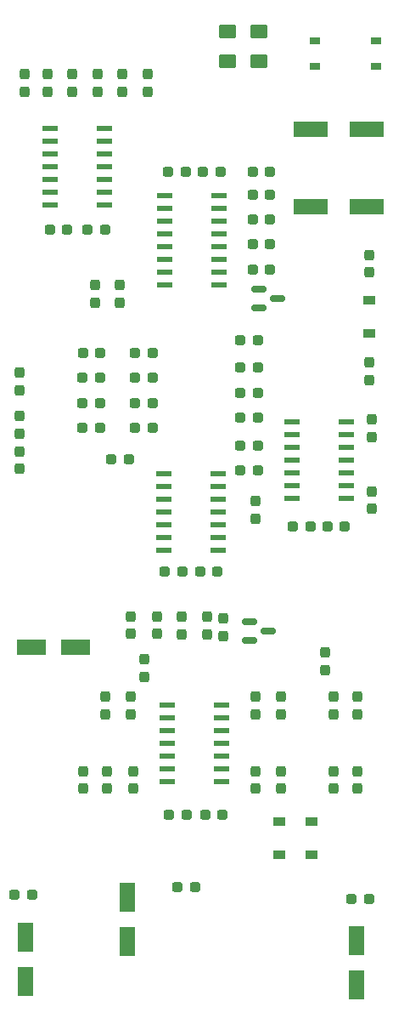
<source format=gbp>
G04 #@! TF.GenerationSoftware,KiCad,Pcbnew,(6.0.0)*
G04 #@! TF.CreationDate,2022-02-05T03:10:52+01:00*
G04 #@! TF.ProjectId,Schraeg,53636872-6165-4672-9e6b-696361645f70,rev?*
G04 #@! TF.SameCoordinates,Original*
G04 #@! TF.FileFunction,Paste,Bot*
G04 #@! TF.FilePolarity,Positive*
%FSLAX46Y46*%
G04 Gerber Fmt 4.6, Leading zero omitted, Abs format (unit mm)*
G04 Created by KiCad (PCBNEW (6.0.0)) date 2022-02-05 03:10:52*
%MOMM*%
%LPD*%
G01*
G04 APERTURE LIST*
G04 Aperture macros list*
%AMRoundRect*
0 Rectangle with rounded corners*
0 $1 Rounding radius*
0 $2 $3 $4 $5 $6 $7 $8 $9 X,Y pos of 4 corners*
0 Add a 4 corners polygon primitive as box body*
4,1,4,$2,$3,$4,$5,$6,$7,$8,$9,$2,$3,0*
0 Add four circle primitives for the rounded corners*
1,1,$1+$1,$2,$3*
1,1,$1+$1,$4,$5*
1,1,$1+$1,$6,$7*
1,1,$1+$1,$8,$9*
0 Add four rect primitives between the rounded corners*
20,1,$1+$1,$2,$3,$4,$5,0*
20,1,$1+$1,$4,$5,$6,$7,0*
20,1,$1+$1,$6,$7,$8,$9,0*
20,1,$1+$1,$8,$9,$2,$3,0*%
G04 Aperture macros list end*
%ADD10RoundRect,0.237500X-0.287500X-0.237500X0.287500X-0.237500X0.287500X0.237500X-0.287500X0.237500X0*%
%ADD11RoundRect,0.250001X0.624999X-0.462499X0.624999X0.462499X-0.624999X0.462499X-0.624999X-0.462499X0*%
%ADD12RoundRect,0.237500X0.237500X-0.287500X0.237500X0.287500X-0.237500X0.287500X-0.237500X-0.287500X0*%
%ADD13RoundRect,0.237500X-0.237500X0.287500X-0.237500X-0.287500X0.237500X-0.287500X0.237500X0.287500X0*%
%ADD14R,1.200000X0.900000*%
%ADD15R,1.500000X0.600000*%
%ADD16R,3.000000X1.600000*%
%ADD17R,1.600000X3.000000*%
%ADD18RoundRect,0.237500X0.287500X0.237500X-0.287500X0.237500X-0.287500X-0.237500X0.287500X-0.237500X0*%
%ADD19R,3.500000X1.600000*%
%ADD20R,1.000000X0.800000*%
%ADD21RoundRect,0.150000X-0.587500X-0.150000X0.587500X-0.150000X0.587500X0.150000X-0.587500X0.150000X0*%
G04 APERTURE END LIST*
D10*
X69500000Y-60750000D03*
X71250000Y-60750000D03*
X69500000Y-58250000D03*
X71250000Y-58250000D03*
D11*
X68250000Y-19975000D03*
X68250000Y-17000000D03*
D12*
X82400000Y-51750000D03*
X82400000Y-50000000D03*
D13*
X58600000Y-83250000D03*
X58600000Y-85000000D03*
D14*
X73400000Y-95700000D03*
X73400000Y-99000000D03*
D15*
X67400000Y-33355000D03*
X67400000Y-34625000D03*
X67400000Y-35895000D03*
X67400000Y-37165000D03*
X67400000Y-38435000D03*
X67400000Y-39705000D03*
X67400000Y-40975000D03*
X67400000Y-42245000D03*
X62000000Y-42245000D03*
X62000000Y-40975000D03*
X62000000Y-39705000D03*
X62000000Y-38435000D03*
X62000000Y-37165000D03*
X62000000Y-35895000D03*
X62000000Y-34625000D03*
X62000000Y-33355000D03*
D10*
X70750000Y-31000000D03*
X72500000Y-31000000D03*
D16*
X48700000Y-78300000D03*
X53100000Y-78300000D03*
D13*
X71000000Y-63800000D03*
X71000000Y-65550000D03*
D17*
X81100000Y-111900000D03*
X81100000Y-107500000D03*
X58200000Y-107600000D03*
X58200000Y-103200000D03*
X48100000Y-111600000D03*
X48100000Y-107200000D03*
D18*
X60750000Y-56500000D03*
X59000000Y-56500000D03*
X55572810Y-49000000D03*
X53822810Y-49000000D03*
D12*
X55000000Y-44000000D03*
X55000000Y-42250000D03*
X57500000Y-44000000D03*
X57500000Y-42250000D03*
D13*
X57750000Y-21250000D03*
X57750000Y-23000000D03*
X48000000Y-21250000D03*
X48000000Y-23000000D03*
D12*
X67818000Y-77216000D03*
X67818000Y-75466000D03*
X58600000Y-77000000D03*
X58600000Y-75250000D03*
D19*
X76500000Y-34500000D03*
X82100000Y-34500000D03*
X76500000Y-26800000D03*
X82100000Y-26800000D03*
D10*
X70750000Y-40750000D03*
X72500000Y-40750000D03*
X66000000Y-95000000D03*
X67750000Y-95000000D03*
X62400000Y-95000000D03*
X64150000Y-95000000D03*
X65500000Y-70800000D03*
X67250000Y-70800000D03*
X62000000Y-70800000D03*
X63750000Y-70800000D03*
X78200000Y-66300000D03*
X79950000Y-66300000D03*
X74750000Y-66300000D03*
X76500000Y-66300000D03*
X65800000Y-31000000D03*
X67550000Y-31000000D03*
X62325000Y-31000000D03*
X64075000Y-31000000D03*
X54250000Y-36750000D03*
X56000000Y-36750000D03*
X50500000Y-36750000D03*
X52250000Y-36750000D03*
D14*
X76600000Y-99000000D03*
X76600000Y-95700000D03*
X82383365Y-47074999D03*
X82383365Y-43774999D03*
D20*
X76925000Y-20470000D03*
X76925000Y-17930000D03*
X83075000Y-17930000D03*
X83075000Y-20470000D03*
D11*
X71400000Y-19975000D03*
X71400000Y-17000000D03*
D12*
X53800000Y-92400000D03*
X53800000Y-90650000D03*
X71000000Y-92400000D03*
X71000000Y-90650000D03*
D13*
X71000000Y-83250000D03*
X71000000Y-85000000D03*
X56200000Y-90650000D03*
X56200000Y-92400000D03*
X73600000Y-90650000D03*
X73600000Y-92400000D03*
D12*
X73600000Y-85000000D03*
X73600000Y-83250000D03*
X58800000Y-92400000D03*
X58800000Y-90650000D03*
X78800000Y-92400000D03*
X78800000Y-90650000D03*
X82400000Y-41000000D03*
X82400000Y-39250000D03*
D18*
X72500000Y-35750000D03*
X70750000Y-35750000D03*
D12*
X78800000Y-85000000D03*
X78800000Y-83250000D03*
X81200000Y-92400000D03*
X81200000Y-90650000D03*
D10*
X70750000Y-33250000D03*
X72500000Y-33250000D03*
D13*
X81200000Y-83250000D03*
X81200000Y-85000000D03*
D18*
X58400000Y-59600000D03*
X56650000Y-59600000D03*
D12*
X56000000Y-85000000D03*
X56000000Y-83250000D03*
D13*
X47500000Y-58825000D03*
X47500000Y-60575000D03*
D12*
X47500000Y-57050000D03*
X47500000Y-55300000D03*
D10*
X80600000Y-103400000D03*
X82350000Y-103400000D03*
D18*
X65000000Y-102200000D03*
X63250000Y-102200000D03*
X48750000Y-103000000D03*
X47000000Y-103000000D03*
D12*
X47500000Y-52750000D03*
X47500000Y-51000000D03*
D18*
X60750000Y-49000000D03*
X59000000Y-49000000D03*
X55500000Y-56500000D03*
X53750000Y-56500000D03*
D10*
X59000000Y-51500000D03*
X60750000Y-51500000D03*
D18*
X60750000Y-54000000D03*
X59000000Y-54000000D03*
D10*
X53750000Y-54000000D03*
X55500000Y-54000000D03*
D18*
X55500000Y-51500000D03*
X53750000Y-51500000D03*
D13*
X60250000Y-21250000D03*
X60250000Y-23000000D03*
D18*
X71250000Y-55500000D03*
X69500000Y-55500000D03*
D10*
X69500000Y-53000000D03*
X71250000Y-53000000D03*
D12*
X82600000Y-57400000D03*
X82600000Y-55650000D03*
D13*
X52750000Y-21250000D03*
X52750000Y-23000000D03*
X55250000Y-21250000D03*
X55250000Y-23000000D03*
D18*
X71250000Y-50500000D03*
X69500000Y-50500000D03*
X71250000Y-47750000D03*
X69500000Y-47750000D03*
D12*
X82600000Y-64550000D03*
X82600000Y-62800000D03*
D13*
X50250000Y-21250000D03*
X50250000Y-23000000D03*
X66200000Y-75300000D03*
X66200000Y-77050000D03*
X63700000Y-75300000D03*
X63700000Y-77050000D03*
D12*
X61200000Y-77000000D03*
X61200000Y-75250000D03*
D18*
X72500000Y-38150000D03*
X70750000Y-38150000D03*
D15*
X67600000Y-84090000D03*
X67600000Y-85360000D03*
X67600000Y-86630000D03*
X67600000Y-87900000D03*
X67600000Y-89170000D03*
X67600000Y-90440000D03*
X67600000Y-91710000D03*
X62200000Y-91710000D03*
X62200000Y-90440000D03*
X62200000Y-89170000D03*
X62200000Y-87900000D03*
X62200000Y-86630000D03*
X62200000Y-85360000D03*
X62200000Y-84090000D03*
X67300000Y-61090000D03*
X67300000Y-62360000D03*
X67300000Y-63630000D03*
X67300000Y-64900000D03*
X67300000Y-66170000D03*
X67300000Y-67440000D03*
X67300000Y-68710000D03*
X61900000Y-68710000D03*
X61900000Y-67440000D03*
X61900000Y-66170000D03*
X61900000Y-64900000D03*
X61900000Y-63630000D03*
X61900000Y-62360000D03*
X61900000Y-61090000D03*
X80100000Y-55890000D03*
X80100000Y-57160000D03*
X80100000Y-58430000D03*
X80100000Y-59700000D03*
X80100000Y-60970000D03*
X80100000Y-62240000D03*
X80100000Y-63510000D03*
X74700000Y-63510000D03*
X74700000Y-62240000D03*
X74700000Y-60970000D03*
X74700000Y-59700000D03*
X74700000Y-58430000D03*
X74700000Y-57160000D03*
X74700000Y-55890000D03*
X55950000Y-26690000D03*
X55950000Y-27960000D03*
X55950000Y-29230000D03*
X55950000Y-30500000D03*
X55950000Y-31770000D03*
X55950000Y-33040000D03*
X55950000Y-34310000D03*
X50550000Y-34310000D03*
X50550000Y-33040000D03*
X50550000Y-31770000D03*
X50550000Y-30500000D03*
X50550000Y-29230000D03*
X50550000Y-27960000D03*
X50550000Y-26690000D03*
D21*
X70436500Y-77658000D03*
X70436500Y-75758000D03*
X72311500Y-76708000D03*
X71374000Y-44572000D03*
X71374000Y-42672000D03*
X73249000Y-43622000D03*
D12*
X78000000Y-80600000D03*
X78000000Y-78850000D03*
D13*
X59900000Y-79500000D03*
X59900000Y-81250000D03*
M02*

</source>
